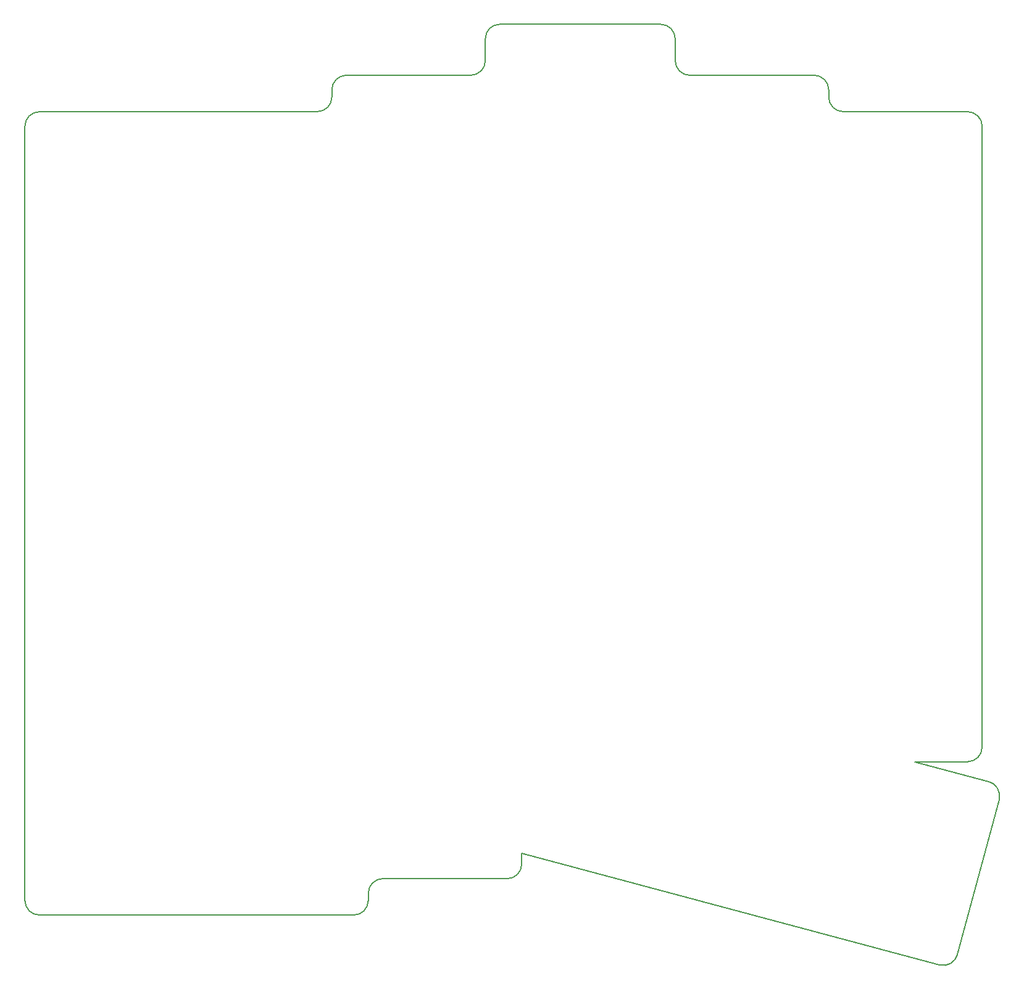
<source format=gbr>
%TF.GenerationSoftware,KiCad,Pcbnew,9.0.3-1.fc42*%
%TF.CreationDate,2025-08-09T15:12:39+02:00*%
%TF.ProjectId,left_traced,6c656674-5f74-4726-9163-65642e6b6963,v1.0.0*%
%TF.SameCoordinates,Original*%
%TF.FileFunction,Profile,NP*%
%FSLAX46Y46*%
G04 Gerber Fmt 4.6, Leading zero omitted, Abs format (unit mm)*
G04 Created by KiCad (PCBNEW 9.0.3-1.fc42) date 2025-08-09 15:12:39*
%MOMM*%
%LPD*%
G01*
G04 APERTURE LIST*
%TA.AperFunction,Profile*%
%ADD10C,0.150000*%
%TD*%
G04 APERTURE END LIST*
D10*
X212232704Y-218450450D02*
G75*
G02*
X209783231Y-219864599I-1931804J517650D01*
G01*
X147475000Y-92775000D02*
G75*
G02*
X149475000Y-90775000I2000000J0D01*
G01*
X192575000Y-97775000D02*
X175525000Y-97775000D01*
X212232704Y-218450450D02*
X217939664Y-197151786D01*
X86325000Y-102775000D02*
X124425000Y-102775000D01*
X216525450Y-194702296D02*
X206347043Y-191975000D01*
X152475000Y-204508974D02*
X209783214Y-219864664D01*
X196575000Y-102775000D02*
G75*
G02*
X194575000Y-100775000I0J2000000D01*
G01*
X215625000Y-189975000D02*
G75*
G02*
X213625000Y-191975000I-2000000J0D01*
G01*
X171525000Y-90775000D02*
X149475000Y-90775000D01*
X131425000Y-211025000D02*
G75*
G02*
X129425000Y-213025000I-2000000J0D01*
G01*
X215625000Y-189975000D02*
X215625000Y-104775000D01*
X84325000Y-211025000D02*
X84325000Y-104775000D01*
X192575000Y-97775000D02*
G75*
G02*
X194575000Y-99775000I0J-2000000D01*
G01*
X126425000Y-99775000D02*
X126425000Y-100775000D01*
X147475000Y-92775000D02*
X147475000Y-95775000D01*
X175525000Y-97775000D02*
G75*
G02*
X173525000Y-95775000I0J2000000D01*
G01*
X147475000Y-95775000D02*
G75*
G02*
X145475000Y-97775000I-2000000J0D01*
G01*
X145475000Y-97775000D02*
X128425000Y-97775000D01*
X216525450Y-194702296D02*
G75*
G02*
X217939599Y-197151769I-517650J-1931804D01*
G01*
X152475000Y-206025000D02*
X152475000Y-204508974D01*
X173525000Y-95775000D02*
X173525000Y-92775000D01*
X133425000Y-208025000D02*
X150475000Y-208025000D01*
X126425000Y-99775000D02*
G75*
G02*
X128425000Y-97775000I2000000J0D01*
G01*
X84325000Y-104775000D02*
G75*
G02*
X86325000Y-102775000I2000000J0D01*
G01*
X86325000Y-213025000D02*
G75*
G02*
X84325000Y-211025000I0J2000000D01*
G01*
X194575000Y-100775000D02*
X194575000Y-99775000D01*
X213625000Y-102775000D02*
G75*
G02*
X215625000Y-104775000I0J-2000000D01*
G01*
X131425000Y-210025000D02*
G75*
G02*
X133425000Y-208025000I2000000J0D01*
G01*
X126425000Y-100775000D02*
G75*
G02*
X124425000Y-102775000I-2000000J0D01*
G01*
X131425000Y-211025000D02*
X131425000Y-210025000D01*
X86325000Y-213025000D02*
X129425000Y-213025000D01*
X213625000Y-102775000D02*
X196575000Y-102775000D01*
X206347043Y-191975000D02*
X213625000Y-191975000D01*
X171525000Y-90775000D02*
G75*
G02*
X173525000Y-92775000I0J-2000000D01*
G01*
X152475000Y-206025000D02*
G75*
G02*
X150475000Y-208025000I-2000000J0D01*
G01*
M02*

</source>
